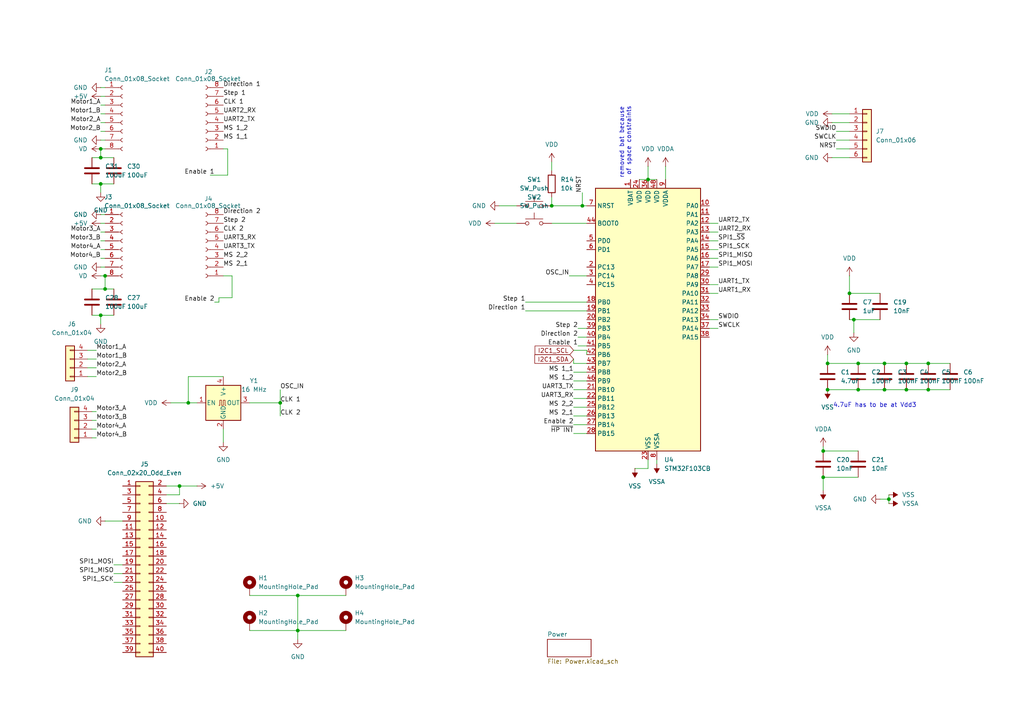
<source format=kicad_sch>
(kicad_sch (version 20250114) (generator "eeschema") (generator_version "9.0")
  (paper "A4")
  (title_block (title "Painter HAT Main Sheet") (rev "v2.1") (company "vividsystem"))
  (lib_symbols
    (symbol "Connector:Conn_01x08_Socket" (pin_names (offset 1.016) (hide yes))
      (property "Reference" "J" (at 0 10.16 0))
      (property "Value" "Conn_01x08_Socket" (at 0 -12.7 0))
      (symbol "Conn_01x08_Socket_1_1"
        (polyline (pts (xy -1.27 7.62) (xy -0.508 7.62)) (stroke (width 0.1524)))
        (polyline (pts (xy -1.27 5.08) (xy -0.508 5.08)) (stroke (width 0.1524)))
        (polyline (pts (xy -1.27 2.54) (xy -0.508 2.54)) (stroke (width 0.1524)))
        (polyline (pts (xy -1.27 0) (xy -0.508 0)) (stroke (width 0.1524)))
        (polyline (pts (xy -1.27 -2.54) (xy -0.508 -2.54)) (stroke (width 0.1524)))
        (polyline (pts (xy -1.27 -5.08) (xy -0.508 -5.08)) (stroke (width 0.1524)))
        (polyline (pts (xy -1.27 -7.62) (xy -0.508 -7.62)) (stroke (width 0.1524)))
        (polyline (pts (xy -1.27 -10.16) (xy -0.508 -10.16)) (stroke (width 0.1524)))
        (arc (start 0 7.112) (mid -0.5058 7.62) (end 0 8.128) (stroke (width 0.1524)))
        (arc (start 0 4.572) (mid -0.5058 5.08) (end 0 5.588) (stroke (width 0.1524)))
        (arc (start 0 2.032) (mid -0.5058 2.54) (end 0 3.048) (stroke (width 0.1524)))
        (arc (start 0 -0.508) (mid -0.5058 0) (end 0 0.508) (stroke (width 0.1524)))
        (arc (start 0 -3.048) (mid -0.5058 -2.54) (end 0 -2.032) (stroke (width 0.1524)))
        (arc (start 0 -5.588) (mid -0.5058 -5.08) (end 0 -4.572) (stroke (width 0.1524)))
        (arc (start 0 -8.128) (mid -0.5058 -7.62) (end 0 -7.112) (stroke (width 0.1524)))
        (arc (start 0 -10.668) (mid -0.5058 -10.16) (end 0 -9.652) (stroke (width 0.1524)))
        (pin passive line (at -5.08 7.62 0) (length 3.81) (name "Pin_1") (number "1"))
        (pin passive line (at -5.08 5.08 0) (length 3.81) (name "Pin_2") (number "2"))
        (pin passive line (at -5.08 2.54 0) (length 3.81) (name "Pin_3") (number "3"))
        (pin passive line (at -5.08 0 0) (length 3.81) (name "Pin_4") (number "4"))
        (pin passive line (at -5.08 -2.54 0) (length 3.81) (name "Pin_5") (number "5"))
        (pin passive line (at -5.08 -5.08 0) (length 3.81) (name "Pin_6") (number "6"))
        (pin passive line (at -5.08 -7.62 0) (length 3.81) (name "Pin_7") (number "7"))
        (pin passive line (at -5.08 -10.16 0) (length 3.81) (name "Pin_8") (number "8"))
      )
    )
    (symbol "Connector_Generic:Conn_01x04" (pin_names (offset 1.016) (hide yes))
      (property "Reference" "J" (at 0 5.08 0))
      (property "Value" "Conn_01x04" (at 0 -7.62 0))
      (symbol "Conn_01x04_1_1"
        (rectangle (start -1.27 3.81) (end 1.27 -6.35) (stroke (width 0.254)) (fill (type background)))
        (rectangle (start -1.27 2.667) (end 0 2.413) (stroke (width 0.1524)))
        (rectangle (start -1.27 0.127) (end 0 -0.127) (stroke (width 0.1524)))
        (rectangle (start -1.27 -2.413) (end 0 -2.667) (stroke (width 0.1524)))
        (rectangle (start -1.27 -4.953) (end 0 -5.207) (stroke (width 0.1524)))
        (pin passive line (at -5.08 2.54 0) (length 3.81) (name "Pin_1") (number "1"))
        (pin passive line (at -5.08 0 0) (length 3.81) (name "Pin_2") (number "2"))
        (pin passive line (at -5.08 -2.54 0) (length 3.81) (name "Pin_3") (number "3"))
        (pin passive line (at -5.08 -5.08 0) (length 3.81) (name "Pin_4") (number "4"))
      )
    )
    (symbol "Connector_Generic:Conn_01x06" (pin_names (offset 1.016) (hide yes))
      (property "Reference" "J" (at 0 7.62 0))
      (property "Value" "Conn_01x06" (at 0 -10.16 0))
      (symbol "Conn_01x06_1_1"
        (rectangle (start -1.27 6.35) (end 1.27 -8.89) (stroke (width 0.254)) (fill (type background)))
        (rectangle (start -1.27 5.207) (end 0 4.953) (stroke (width 0.1524)))
        (rectangle (start -1.27 2.667) (end 0 2.413) (stroke (width 0.1524)))
        (rectangle (start -1.27 0.127) (end 0 -0.127) (stroke (width 0.1524)))
        (rectangle (start -1.27 -2.413) (end 0 -2.667) (stroke (width 0.1524)))
        (rectangle (start -1.27 -4.953) (end 0 -5.207) (stroke (width 0.1524)))
        (rectangle (start -1.27 -7.493) (end 0 -7.747) (stroke (width 0.1524)))
        (pin passive line (at -5.08 5.08 0) (length 3.81) (name "Pin_1") (number "1"))
        (pin passive line (at -5.08 2.54 0) (length 3.81) (name "Pin_2") (number "2"))
        (pin passive line (at -5.08 0 0) (length 3.81) (name "Pin_3") (number "3"))
        (pin passive line (at -5.08 -2.54 0) (length 3.81) (name "Pin_4") (number "4"))
        (pin passive line (at -5.08 -5.08 0) (length 3.81) (name "Pin_5") (number "5"))
        (pin passive line (at -5.08 -7.62 0) (length 3.81) (name "Pin_6") (number "6"))
      )
    )
    (symbol "Connector_Generic:Conn_02x20_Odd_Even" (pin_names (offset 1.016) (hide yes))
      (property "Reference" "J" (at 1.27 25.4 0))
      (property "Value" "Conn_02x20_Odd_Even" (at 1.27 -27.94 0))
      (symbol "Conn_02x20_Odd_Even_1_1"
        (rectangle (start -1.27 24.13) (end 3.81 -26.67) (stroke (width 0.254)) (fill (type background)))
        (rectangle (start -1.27 22.987) (end 0 22.733) (stroke (width 0.1524)))
        (rectangle (start -1.27 20.447) (end 0 20.193) (stroke (width 0.1524)))
        (rectangle (start -1.27 17.907) (end 0 17.653) (stroke (width 0.1524)))
        (rectangle (start -1.27 15.367) (end 0 15.113) (stroke (width 0.1524)))
        (rectangle (start -1.27 12.827) (end 0 12.573) (stroke (width 0.1524)))
        (rectangle (start -1.27 10.287) (end 0 10.033) (stroke (width 0.1524)))
        (rectangle (start -1.27 7.747) (end 0 7.493) (stroke (width 0.1524)))
        (rectangle (start -1.27 5.207) (end 0 4.953) (stroke (width 0.1524)))
        (rectangle (start -1.27 2.667) (end 0 2.413) (stroke (width 0.1524)))
        (rectangle (start -1.27 0.127) (end 0 -0.127) (stroke (width 0.1524)))
        (rectangle (start -1.27 -2.413) (end 0 -2.667) (stroke (width 0.1524)))
        (rectangle (start -1.27 -4.953) (end 0 -5.207) (stroke (width 0.1524)))
        (rectangle (start -1.27 -7.493) (end 0 -7.747) (stroke (width 0.1524)))
        (rectangle (start -1.27 -10.033) (end 0 -10.287) (stroke (width 0.1524)))
        (rectangle (start -1.27 -12.573) (end 0 -12.827) (stroke (width 0.1524)))
        (rectangle (start -1.27 -15.113) (end 0 -15.367) (stroke (width 0.1524)))
        (rectangle (start -1.27 -17.653) (end 0 -17.907) (stroke (width 0.1524)))
        (rectangle (start -1.27 -20.193) (end 0 -20.447) (stroke (width 0.1524)))
        (rectangle (start -1.27 -22.733) (end 0 -22.987) (stroke (width 0.1524)))
        (rectangle (start -1.27 -25.273) (end 0 -25.527) (stroke (width 0.1524)))
        (rectangle (start 3.81 22.987) (end 2.54 22.733) (stroke (width 0.1524)))
        (rectangle (start 3.81 20.447) (end 2.54 20.193) (stroke (width 0.1524)))
        (rectangle (start 3.81 17.907) (end 2.54 17.653) (stroke (width 0.1524)))
        (rectangle (start 3.81 15.367) (end 2.54 15.113) (stroke (width 0.1524)))
        (rectangle (start 3.81 12.827) (end 2.54 12.573) (stroke (width 0.1524)))
        (rectangle (start 3.81 10.287) (end 2.54 10.033) (stroke (width 0.1524)))
        (rectangle (start 3.81 7.747) (end 2.54 7.493) (stroke (width 0.1524)))
        (rectangle (start 3.81 5.207) (end 2.54 4.953) (stroke (width 0.1524)))
        (rectangle (start 3.81 2.667) (end 2.54 2.413) (stroke (width 0.1524)))
        (rectangle (start 3.81 0.127) (end 2.54 -0.127) (stroke (width 0.1524)))
        (rectangle (start 3.81 -2.413) (end 2.54 -2.667) (stroke (width 0.1524)))
        (rectangle (start 3.81 -4.953) (end 2.54 -5.207) (stroke (width 0.1524)))
        (rectangle (start 3.81 -7.493) (end 2.54 -7.747) (stroke (width 0.1524)))
        (rectangle (start 3.81 -10.033) (end 2.54 -10.287) (stroke (width 0.1524)))
        (rectangle (start 3.81 -12.573) (end 2.54 -12.827) (stroke (width 0.1524)))
        (rectangle (start 3.81 -15.113) (end 2.54 -15.367) (stroke (width 0.1524)))
        (rectangle (start 3.81 -17.653) (end 2.54 -17.907) (stroke (width 0.1524)))
        (rectangle (start 3.81 -20.193) (end 2.54 -20.447) (stroke (width 0.1524)))
        (rectangle (start 3.81 -22.733) (end 2.54 -22.987) (stroke (width 0.1524)))
        (rectangle (start 3.81 -25.273) (end 2.54 -25.527) (stroke (width 0.1524)))
        (pin passive line (at -5.08 22.86 0) (length 3.81) (name "Pin_1") (number "1"))
        (pin passive line (at -5.08 20.32 0) (length 3.81) (name "Pin_3") (number "3"))
        (pin passive line (at -5.08 17.78 0) (length 3.81) (name "Pin_5") (number "5"))
        (pin passive line (at -5.08 15.24 0) (length 3.81) (name "Pin_7") (number "7"))
        (pin passive line (at -5.08 12.7 0) (length 3.81) (name "Pin_9") (number "9"))
        (pin passive line (at -5.08 10.16 0) (length 3.81) (name "Pin_11") (number "11"))
        (pin passive line (at -5.08 7.62 0) (length 3.81) (name "Pin_13") (number "13"))
        (pin passive line (at -5.08 5.08 0) (length 3.81) (name "Pin_15") (number "15"))
        (pin passive line (at -5.08 2.54 0) (length 3.81) (name "Pin_17") (number "17"))
        (pin passive line (at -5.08 0 0) (length 3.81) (name "Pin_19") (number "19"))
        (pin passive line (at -5.08 -2.54 0) (length 3.81) (name "Pin_21") (number "21"))
        (pin passive line (at -5.08 -5.08 0) (length 3.81) (name "Pin_23") (number "23"))
        (pin passive line (at -5.08 -7.62 0) (length 3.81) (name "Pin_25") (number "25"))
        (pin passive line (at -5.08 -10.16 0) (length 3.81) (name "Pin_27") (number "27"))
        (pin passive line (at -5.08 -12.7 0) (length 3.81) (name "Pin_29") (number "29"))
        (pin passive line (at -5.08 -15.24 0) (length 3.81) (name "Pin_31") (number "31"))
        (pin passive line (at -5.08 -17.78 0) (length 3.81) (name "Pin_33") (number "33"))
        (pin passive line (at -5.08 -20.32 0) (length 3.81) (name "Pin_35") (number "35"))
        (pin passive line (at -5.08 -22.86 0) (length 3.81) (name "Pin_37") (number "37"))
        (pin passive line (at -5.08 -25.4 0) (length 3.81) (name "Pin_39") (number "39"))
        (pin passive line (at 7.62 22.86 180) (length 3.81) (name "Pin_2") (number "2"))
        (pin passive line (at 7.62 20.32 180) (length 3.81) (name "Pin_4") (number "4"))
        (pin passive line (at 7.62 17.78 180) (length 3.81) (name "Pin_6") (number "6"))
        (pin passive line (at 7.62 15.24 180) (length 3.81) (name "Pin_8") (number "8"))
        (pin passive line (at 7.62 12.7 180) (length 3.81) (name "Pin_10") (number "10"))
        (pin passive line (at 7.62 10.16 180) (length 3.81) (name "Pin_12") (number "12"))
        (pin passive line (at 7.62 7.62 180) (length 3.81) (name "Pin_14") (number "14"))
        (pin passive line (at 7.62 5.08 180) (length 3.81) (name "Pin_16") (number "16"))
        (pin passive line (at 7.62 2.54 180) (length 3.81) (name "Pin_18") (number "18"))
        (pin passive line (at 7.62 0 180) (length 3.81) (name "Pin_20") (number "20"))
        (pin passive line (at 7.62 -2.54 180) (length 3.81) (name "Pin_22") (number "22"))
        (pin passive line (at 7.62 -5.08 180) (length 3.81) (name "Pin_24") (number "24"))
        (pin passive line (at 7.62 -7.62 180) (length 3.81) (name "Pin_26") (number "26"))
        (pin passive line (at 7.62 -10.16 180) (length 3.81) (name "Pin_28") (number "28"))
        (pin passive line (at 7.62 -12.7 180) (length 3.81) (name "Pin_30") (number "30"))
        (pin passive line (at 7.62 -15.24 180) (length 3.81) (name "Pin_32") (number "32"))
        (pin passive line (at 7.62 -17.78 180) (length 3.81) (name "Pin_34") (number "34"))
        (pin passive line (at 7.62 -20.32 180) (length 3.81) (name "Pin_36") (number "36"))
        (pin passive line (at 7.62 -22.86 180) (length 3.81) (name "Pin_38") (number "38"))
        (pin passive line (at 7.62 -25.4 180) (length 3.81) (name "Pin_40") (number "40"))
      )
    )
    (symbol "Device:C" (pin_numbers (hide yes)) (pin_names (offset 0.254))
      (property "Reference" "C" (at 0.635 2.54 0))
      (property "Value" "C" (at 0.635 -2.54 0))
      (symbol "C_0_1"
        (polyline (pts (xy -2.032 0.762) (xy 2.032 0.762)) (stroke (width 0.508)))
        (polyline (pts (xy -2.032 -0.762) (xy 2.032 -0.762)) (stroke (width 0.508)))
      )
      (symbol "C_1_1"
        (pin passive line (at 0 3.81 270) (length 2.794) (name "~") (number "1"))
        (pin passive line (at 0 -3.81 90) (length 2.794) (name "~") (number "2"))
      )
    )
    (symbol "Device:R" (pin_numbers (hide yes)) (pin_names (offset 0))
      (property "Reference" "R" (at 2.032 0 90))
      (property "Value" "R" (at 0 0 90))
      (symbol "R_0_1"
        (rectangle (start -1.016 -2.54) (end 1.016 2.54) (stroke (width 0.254)))
      )
      (symbol "R_1_1"
        (pin passive line (at 0 3.81 270) (length 1.27) (name "~") (number "1"))
        (pin passive line (at 0 -3.81 90) (length 1.27) (name "~") (number "2"))
      )
    )
    (symbol "MCU_ST_STM32F1:STM32F103CBTx"
      (property "Reference" "U" (at -15.24 39.37 0))
      (property "Value" "STM32F103CBTx" (at 7.62 39.37 0))
      (symbol "STM32F103CBTx_0_1"
        (rectangle (start -15.24 -38.1) (end 15.24 38.1) (stroke (width 0.254)) (fill (type background)))
      )
      (symbol "STM32F103CBTx_1_1"
        (pin input line (at -17.78 33.02 0) (length 2.54) (name "NRST") (number "7"))
        (pin input line (at -17.78 27.94 0) (length 2.54) (name "BOOT0") (number "44"))
        (pin bidirectional line (at -17.78 22.86 0) (length 2.54) (name "PD0") (number "5"))
        (pin bidirectional line (at -17.78 20.32 0) (length 2.54) (name "PD1") (number "6"))
        (pin bidirectional line (at -17.78 15.24 0) (length 2.54) (name "PC13") (number "2"))
        (pin bidirectional line (at -17.78 12.7 0) (length 2.54) (name "PC14") (number "3"))
        (pin bidirectional line (at -17.78 10.16 0) (length 2.54) (name "PC15") (number "4"))
        (pin bidirectional line (at -17.78 5.08 0) (length 2.54) (name "PB0") (number "18"))
        (pin bidirectional line (at -17.78 2.54 0) (length 2.54) (name "PB1") (number "19"))
        (pin bidirectional line (at -17.78 0 0) (length 2.54) (name "PB2") (number "20"))
        (pin bidirectional line (at -17.78 -2.54 0) (length 2.54) (name "PB3") (number "39"))
        (pin bidirectional line (at -17.78 -5.08 0) (length 2.54) (name "PB4") (number "40"))
        (pin bidirectional line (at -17.78 -7.62 0) (length 2.54) (name "PB5") (number "41"))
        (pin bidirectional line (at -17.78 -10.16 0) (length 2.54) (name "PB6") (number "42"))
        (pin bidirectional line (at -17.78 -12.7 0) (length 2.54) (name "PB7") (number "43"))
        (pin bidirectional line (at -17.78 -15.24 0) (length 2.54) (name "PB8") (number "45"))
        (pin bidirectional line (at -17.78 -17.78 0) (length 2.54) (name "PB9") (number "46"))
        (pin bidirectional line (at -17.78 -20.32 0) (length 2.54) (name "PB10") (number "21"))
        (pin bidirectional line (at -17.78 -22.86 0) (length 2.54) (name "PB11") (number "22"))
        (pin bidirectional line (at -17.78 -25.4 0) (length 2.54) (name "PB12") (number "25"))
        (pin bidirectional line (at -17.78 -27.94 0) (length 2.54) (name "PB13") (number "26"))
        (pin bidirectional line (at -17.78 -30.48 0) (length 2.54) (name "PB14") (number "27"))
        (pin bidirectional line (at -17.78 -33.02 0) (length 2.54) (name "PB15") (number "28"))
        (pin power_in line (at -5.08 40.64 270) (length 2.54) (name "VBAT") (number "1"))
        (pin power_in line (at -2.54 40.64 270) (length 2.54) (name "VDD") (number "24"))
        (pin power_in line (at 0 40.64 270) (length 2.54) (name "VDD") (number "36"))
        (pin power_in line (at 0 -40.64 90) (length 2.54) (name "VSS") (number "23"))
        (pin passive line (at 0 -40.64 90) (length 2.54) (hide yes) (name "VSS") (number "35"))
        (pin passive line (at 0 -40.64 90) (length 2.54) (hide yes) (name "VSS") (number "47"))
        (pin power_in line (at 2.54 40.64 270) (length 2.54) (name "VDD") (number "48"))
        (pin power_in line (at 2.54 -40.64 90) (length 2.54) (name "VSSA") (number "8"))
        (pin power_in line (at 5.08 40.64 270) (length 2.54) (name "VDDA") (number "9"))
        (pin bidirectional line (at 17.78 33.02 180) (length 2.54) (name "PA0") (number "10"))
        (pin bidirectional line (at 17.78 30.48 180) (length 2.54) (name "PA1") (number "11"))
        (pin bidirectional line (at 17.78 27.94 180) (length 2.54) (name "PA2") (number "12"))
        (pin bidirectional line (at 17.78 25.4 180) (length 2.54) (name "PA3") (number "13"))
        (pin bidirectional line (at 17.78 22.86 180) (length 2.54) (name "PA4") (number "14"))
        (pin bidirectional line (at 17.78 20.32 180) (length 2.54) (name "PA5") (number "15"))
        (pin bidirectional line (at 17.78 17.78 180) (length 2.54) (name "PA6") (number "16"))
        (pin bidirectional line (at 17.78 15.24 180) (length 2.54) (name "PA7") (number "17"))
        (pin bidirectional line (at 17.78 12.7 180) (length 2.54) (name "PA8") (number "29"))
        (pin bidirectional line (at 17.78 10.16 180) (length 2.54) (name "PA9") (number "30"))
        (pin bidirectional line (at 17.78 7.62 180) (length 2.54) (name "PA10") (number "31"))
        (pin bidirectional line (at 17.78 5.08 180) (length 2.54) (name "PA11") (number "32"))
        (pin bidirectional line (at 17.78 2.54 180) (length 2.54) (name "PA12") (number "33"))
        (pin bidirectional line (at 17.78 0 180) (length 2.54) (name "PA13") (number "34"))
        (pin bidirectional line (at 17.78 -2.54 180) (length 2.54) (name "PA14") (number "37"))
        (pin bidirectional line (at 17.78 -5.08 180) (length 2.54) (name "PA15") (number "38"))
      )
    )
    (symbol "Mechanical:MountingHole_Pad" (pin_numbers (hide yes)) (pin_names (offset 1.016) (hide yes)) (in_bom no)
      (property "Reference" "H" (at 0 6.35 0))
      (property "Value" "MountingHole_Pad" (at 0 4.445 0))
      (symbol "MountingHole_Pad_0_1"
        (circle (center 0 1.27) (radius 1.27) (stroke (width 1.27)))
      )
      (symbol "MountingHole_Pad_1_1"
        (pin input line (at 0 -2.54 90) (length 2.54) (name "1") (number "1"))
      )
    )
    (symbol "Oscillator:XO91" (pin_names (offset 0.254))
      (property "Reference" "Y" (at -5.08 6.35 0))
      (property "Value" "XO91" (at 1.27 -6.35 0))
      (symbol "XO91_0_1"
        (rectangle (start -5.08 5.08) (end 5.08 -5.08) (stroke (width 0.254)) (fill (type background)))
        (polyline (pts (xy 0.762 -0.762) (xy 0.508 -0.762) (xy 0.508 0.762) (xy 0 0.762) (xy 0 -0.762) (xy -0.508 -0.762) (xy -0.508 0.762) (xy -1.016 0.762) (xy -1.016 -0.762) (xy -1.27 -0.762)))
      )
      (symbol "XO91_1_1"
        (pin input line (at -7.62 0 0) (length 2.54) (name "EN") (number "1"))
        (pin power_in line (at 0 7.62 270) (length 2.54) (name "V+") (number "4"))
        (pin power_in line (at 0 -7.62 90) (length 2.54) (name "GND") (number "2"))
        (pin output line (at 7.62 0 180) (length 2.54) (name "OUT") (number "3"))
      )
    )
    (symbol "Switch:SW_Push" (pin_numbers (hide yes)) (pin_names (offset 1.016) (hide yes))
      (property "Reference" "SW" (at 1.27 2.54 0))
      (property "Value" "SW_Push" (at 0 -1.524 0))
      (symbol "SW_Push_0_1"
        (circle (center -2.032 0) (radius 0.508))
        (polyline (pts (xy 0 1.27) (xy 0 3.048)))
        (circle (center 2.032 0) (radius 0.508))
        (polyline (pts (xy 2.54 1.27) (xy -2.54 1.27)))
        (pin passive line (at -5.08 0 0) (length 2.54) (name "1") (number "1"))
        (pin passive line (at 5.08 0 180) (length 2.54) (name "2") (number "2"))
      )
    )
    (symbol "power:+5V" (power) (pin_numbers (hide yes)) (pin_names (offset 0) (hide yes))
      (property "Value" "+5V" (at 0 3.556 0))
      (symbol "+5V_0_1"
        (polyline (pts (xy -0.762 1.27) (xy 0 2.54)))
        (polyline (pts (xy 0 2.54) (xy 0.762 1.27)))
        (polyline (pts (xy 0 0) (xy 0 2.54)))
      )
      (symbol "+5V_1_1"
        (pin power_in line (at 0 0 90) (length 0) (name "~") (number "1"))
      )
    )
    (symbol "power:GND" (power) (pin_numbers (hide yes)) (pin_names (offset 0) (hide yes))
      (property "Value" "GND" (at 0 -3.81 0))
      (symbol "GND_0_1"
        (polyline (pts (xy 0 0) (xy 0 -1.27) (xy 1.27 -1.27) (xy 0 -2.54) (xy -1.27 -1.27) (xy 0 -1.27)))
      )
      (symbol "GND_1_1"
        (pin power_in line (at 0 0 270) (length 0) (name "~") (number "1"))
      )
    )
    (symbol "power:VD" (power) (pin_numbers (hide yes)) (pin_names (offset 0) (hide yes))
      (property "Value" "VD" (at 0 3.556 0))
      (symbol "VD_0_1"
        (polyline (pts (xy -0.762 1.27) (xy 0 2.54)))
        (polyline (pts (xy 0 2.54) (xy 0.762 1.27)))
        (polyline (pts (xy 0 0) (xy 0 2.54)))
      )
      (symbol "VD_1_1"
        (pin power_in line (at 0 0 90) (length 0) (name "~") (number "1"))
      )
    )
    (symbol "power:VDD" (power) (pin_numbers (hide yes)) (pin_names (offset 0) (hide yes))
      (property "Value" "VDD" (at 0 3.556 0))
      (symbol "VDD_0_1"
        (polyline (pts (xy -0.762 1.27) (xy 0 2.54)))
        (polyline (pts (xy 0 2.54) (xy 0.762 1.27)))
        (polyline (pts (xy 0 0) (xy 0 2.54)))
      )
      (symbol "VDD_1_1"
        (pin power_in line (at 0 0 90) (length 0) (name "~") (number "1"))
      )
    )
    (symbol "power:VDDA" (power) (pin_numbers (hide yes)) (pin_names (offset 0) (hide yes))
      (property "Value" "VDDA" (at 0 3.556 0))
      (symbol "VDDA_0_1"
        (polyline (pts (xy -0.762 1.27) (xy 0 2.54)))
        (polyline (pts (xy 0 2.54) (xy 0.762 1.27)))
        (polyline (pts (xy 0 0) (xy 0 2.54)))
      )
      (symbol "VDDA_1_1"
        (pin power_in line (at 0 0 90) (length 0) (name "~") (number "1"))
      )
    )
    (symbol "power:VSS" (power) (pin_numbers (hide yes)) (pin_names (offset 0) (hide yes))
      (property "Value" "VSS" (at 0 3.556 0))
      (symbol "VSS_0_1"
        (polyline (pts (xy 0 0) (xy 0 2.54)))
        (polyline (pts (xy 0.762 1.27) (xy -0.762 1.27) (xy 0 2.54) (xy 0.762 1.27)) (fill (type outline)))
      )
      (symbol "VSS_1_1"
        (pin power_in line (at 0 0 90) (length 0) (name "~") (number "1"))
      )
    )
    (symbol "power:VSSA" (power) (pin_numbers (hide yes)) (pin_names (offset 0) (hide yes))
      (property "Value" "VSSA" (at 0 3.556 0))
      (symbol "VSSA_0_1"
        (polyline (pts (xy 0 0) (xy 0 2.54)))
        (polyline (pts (xy 0.762 1.27) (xy -0.762 1.27) (xy 0 2.54) (xy 0.762 1.27)) (fill (type outline)))
      )
      (symbol "VSSA_1_1"
        (pin power_in line (at 0 0 90) (length 0) (name "~") (number "1"))
      )
    )
  )
  (text "4.7uF has to be at Vdd3\n" (at 253.746 117.602 0) (effects (font (size 1.27 1.27))))
  (text "removed bat because \nof space constraints\n\n" (at 182.372 40.894 90) (effects (font (size 1.27 1.27))))
  (junction (at 238.76 130.81))
  (junction (at 29.21 43.18))
  (junction (at 240.03 105.41))
  (junction (at 248.92 105.41))
  (junction (at 262.89 113.03))
  (junction (at 168.91 59.69))
  (junction (at 256.54 105.41))
  (junction (at 240.03 113.03))
  (junction (at 29.21 45.72))
  (junction (at 238.76 138.43))
  (junction (at 86.36 182.88))
  (junction (at 30.48 83.82))
  (junction (at 29.21 91.44))
  (junction (at 30.48 80.01))
  (junction (at 29.21 53.34))
  (junction (at 81.28 116.84))
  (junction (at 54.61 116.84))
  (junction (at 257.81 144.78))
  (junction (at 247.65 92.71))
  (junction (at 160.02 59.69))
  (junction (at 246.38 85.09))
  (junction (at 269.24 105.41))
  (junction (at 187.96 52.07))
  (junction (at 52.07 140.97))
  (junction (at 256.54 113.03))
  (junction (at 86.36 172.72))
  (junction (at 248.92 113.03))
  (junction (at 262.89 105.41))
  (junction (at 269.24 113.03))
  (wire (pts (xy 26.67 121.92) (xy 27.94 121.92)))
  (wire (pts (xy 72.39 182.88) (xy 86.36 182.88)))
  (wire (pts (xy 66.04 50.8) (xy 66.04 43.18)))
  (wire (pts (xy 152.4 87.63) (xy 170.18 87.63)))
  (wire (pts (xy 166.37 125.73) (xy 170.18 125.73)))
  (wire (pts (xy 184.15 135.89) (xy 187.96 135.89)))
  (wire (pts (xy 64.77 43.18) (xy 66.04 43.18)))
  (wire (pts (xy 29.21 69.85) (xy 30.48 69.85)))
  (wire (pts (xy 166.37 105.41) (xy 166.37 104.14)))
  (wire (pts (xy 160.02 64.77) (xy 170.18 64.77)))
  (wire (pts (xy 33.02 168.91) (xy 35.56 168.91)))
  (wire (pts (xy 238.76 129.54) (xy 238.76 130.81)))
  (wire (pts (xy 29.21 74.93) (xy 30.48 74.93)))
  (wire (pts (xy 160.02 57.15) (xy 160.02 59.69)))
  (wire (pts (xy 255.27 144.78) (xy 257.81 144.78)))
  (wire (pts (xy 52.07 140.97) (xy 57.15 140.97)))
  (wire (pts (xy 29.21 25.4) (xy 30.48 25.4)))
  (wire (pts (xy 67.31 86.36) (xy 67.31 80.01)))
  (wire (pts (xy 205.74 67.31) (xy 208.28 67.31)))
  (wire (pts (xy 170.18 105.41) (xy 166.37 105.41)))
  (wire (pts (xy 29.21 91.44) (xy 29.21 93.98)))
  (wire (pts (xy 29.21 45.72) (xy 29.21 43.18)))
  (wire (pts (xy 240.03 102.87) (xy 240.03 105.41)))
  (wire (pts (xy 29.21 67.31) (xy 30.48 67.31)))
  (wire (pts (xy 246.38 80.01) (xy 246.38 85.09)))
  (wire (pts (xy 262.89 105.41) (xy 269.24 105.41)))
  (wire (pts (xy 25.4 109.22) (xy 27.94 109.22)))
  (wire (pts (xy 26.67 119.38) (xy 27.94 119.38)))
  (wire (pts (xy 205.74 82.55) (xy 208.28 82.55)))
  (wire (pts (xy 48.26 146.05) (xy 52.07 146.05)))
  (wire (pts (xy 29.21 38.1) (xy 30.48 38.1)))
  (wire (pts (xy 86.36 182.88) (xy 100.33 182.88)))
  (wire (pts (xy 160.02 46.99) (xy 160.02 49.53)))
  (wire (pts (xy 240.03 105.41) (xy 248.92 105.41)))
  (wire (pts (xy 170.18 101.6) (xy 170.18 102.87)))
  (wire (pts (xy 187.96 48.26) (xy 187.96 52.07)))
  (wire (pts (xy 48.26 140.97) (xy 52.07 140.97)))
  (wire (pts (xy 25.4 106.68) (xy 27.94 106.68)))
  (wire (pts (xy 238.76 138.43) (xy 248.92 138.43)))
  (wire (pts (xy 167.64 97.79) (xy 170.18 97.79)))
  (wire (pts (xy 256.54 105.41) (xy 262.89 105.41)))
  (wire (pts (xy 238.76 138.43) (xy 238.76 142.24)))
  (wire (pts (xy 248.92 105.41) (xy 256.54 105.41)))
  (wire (pts (xy 54.61 116.84) (xy 54.61 109.22)))
  (wire (pts (xy 29.21 40.64) (xy 30.48 40.64)))
  (wire (pts (xy 166.37 123.19) (xy 170.18 123.19)))
  (wire (pts (xy 25.4 104.14) (xy 27.94 104.14)))
  (wire (pts (xy 26.67 53.34) (xy 29.21 53.34)))
  (wire (pts (xy 160.02 59.69) (xy 168.91 59.69)))
  (wire (pts (xy 242.57 38.1) (xy 246.38 38.1)))
  (wire (pts (xy 86.36 182.88) (xy 86.36 185.42)))
  (wire (pts (xy 166.37 120.65) (xy 170.18 120.65)))
  (wire (pts (xy 30.48 83.82) (xy 30.48 80.01)))
  (wire (pts (xy 246.38 92.71) (xy 247.65 92.71)))
  (wire (pts (xy 29.21 80.01) (xy 30.48 80.01)))
  (wire (pts (xy 257.81 144.78) (xy 257.81 143.51)))
  (wire (pts (xy 241.3 35.56) (xy 246.38 35.56)))
  (wire (pts (xy 26.67 45.72) (xy 29.21 45.72)))
  (wire (pts (xy 64.77 124.46) (xy 64.77 128.27)))
  (wire (pts (xy 205.74 69.85) (xy 208.28 69.85)))
  (wire (pts (xy 29.21 77.47) (xy 30.48 77.47)))
  (wire (pts (xy 166.37 118.11) (xy 170.18 118.11)))
  (wire (pts (xy 29.21 72.39) (xy 30.48 72.39)))
  (wire (pts (xy 247.65 92.71) (xy 255.27 92.71)))
  (wire (pts (xy 29.21 45.72) (xy 33.02 45.72)))
  (wire (pts (xy 166.37 107.95) (xy 170.18 107.95)))
  (wire (pts (xy 269.24 113.03) (xy 275.59 113.03)))
  (wire (pts (xy 29.21 62.23) (xy 30.48 62.23)))
  (wire (pts (xy 64.77 80.01) (xy 67.31 80.01)))
  (wire (pts (xy 240.03 113.03) (xy 248.92 113.03)))
  (wire (pts (xy 166.37 115.57) (xy 170.18 115.57)))
  (wire (pts (xy 205.74 64.77) (xy 208.28 64.77)))
  (wire (pts (xy 247.65 92.71) (xy 247.65 96.52)))
  (wire (pts (xy 241.3 45.72) (xy 246.38 45.72)))
  (wire (pts (xy 144.78 59.69) (xy 149.86 59.69)))
  (wire (pts (xy 242.57 40.64) (xy 246.38 40.64)))
  (wire (pts (xy 168.91 59.69) (xy 170.18 59.69)))
  (wire (pts (xy 29.21 64.77) (xy 30.48 64.77)))
  (wire (pts (xy 29.21 53.34) (xy 33.02 53.34)))
  (wire (pts (xy 246.38 85.09) (xy 255.27 85.09)))
  (wire (pts (xy 33.02 163.83) (xy 35.56 163.83)))
  (wire (pts (xy 241.3 33.02) (xy 246.38 33.02)))
  (wire (pts (xy 29.21 53.34) (xy 29.21 55.88)))
  (wire (pts (xy 54.61 109.22) (xy 64.77 109.22)))
  (wire (pts (xy 29.21 33.02) (xy 30.48 33.02)))
  (wire (pts (xy 166.37 113.03) (xy 170.18 113.03)))
  (wire (pts (xy 205.74 74.93) (xy 208.28 74.93)))
  (wire (pts (xy 193.04 48.26) (xy 193.04 52.07)))
  (wire (pts (xy 165.1 80.01) (xy 170.18 80.01)))
  (wire (pts (xy 166.37 101.6) (xy 170.18 101.6)))
  (wire (pts (xy 26.67 91.44) (xy 29.21 91.44)))
  (wire (pts (xy 48.26 143.51) (xy 52.07 143.51)))
  (wire (pts (xy 63.5 87.63) (xy 63.5 86.36)))
  (wire (pts (xy 262.89 113.03) (xy 269.24 113.03)))
  (wire (pts (xy 26.67 124.46) (xy 27.94 124.46)))
  (wire (pts (xy 238.76 130.81) (xy 248.92 130.81)))
  (wire (pts (xy 29.21 30.48) (xy 30.48 30.48)))
  (wire (pts (xy 54.61 116.84) (xy 57.15 116.84)))
  (wire (pts (xy 29.21 27.94) (xy 30.48 27.94)))
  (wire (pts (xy 49.53 116.84) (xy 54.61 116.84)))
  (wire (pts (xy 256.54 113.03) (xy 262.89 113.03)))
  (wire (pts (xy 205.74 72.39) (xy 208.28 72.39)))
  (wire (pts (xy 72.39 172.72) (xy 86.36 172.72)))
  (wire (pts (xy 269.24 105.41) (xy 275.59 105.41)))
  (wire (pts (xy 30.48 83.82) (xy 33.02 83.82)))
  (wire (pts (xy 25.4 101.6) (xy 27.94 101.6)))
  (wire (pts (xy 143.51 64.77) (xy 149.86 64.77)))
  (wire (pts (xy 166.37 110.49) (xy 170.18 110.49)))
  (wire (pts (xy 29.21 91.44) (xy 33.02 91.44)))
  (wire (pts (xy 33.02 166.37) (xy 35.56 166.37)))
  (wire (pts (xy 152.4 90.17) (xy 170.18 90.17)))
  (wire (pts (xy 60.96 50.8) (xy 66.04 50.8)))
  (wire (pts (xy 81.28 116.84) (xy 81.28 120.65)))
  (wire (pts (xy 81.28 113.03) (xy 81.28 116.84)))
  (wire (pts (xy 242.57 43.18) (xy 246.38 43.18)))
  (wire (pts (xy 205.74 95.25) (xy 208.28 95.25)))
  (wire (pts (xy 187.96 135.89) (xy 187.96 133.35)))
  (wire (pts (xy 167.64 95.25) (xy 170.18 95.25)))
  (wire (pts (xy 187.96 52.07) (xy 185.42 52.07)))
  (wire (pts (xy 30.48 151.13) (xy 35.56 151.13)))
  (wire (pts (xy 187.96 52.07) (xy 190.5 52.07)))
  (wire (pts (xy 63.5 86.36) (xy 67.31 86.36)))
  (wire (pts (xy 190.5 133.35) (xy 190.5 134.62)))
  (wire (pts (xy 29.21 43.18) (xy 30.48 43.18)))
  (wire (pts (xy 26.67 83.82) (xy 30.48 83.82)))
  (wire (pts (xy 205.74 92.71) (xy 208.28 92.71)))
  (wire (pts (xy 86.36 172.72) (xy 100.33 172.72)))
  (wire (pts (xy 248.92 113.03) (xy 256.54 113.03)))
  (wire (pts (xy 26.67 127) (xy 27.94 127)))
  (wire (pts (xy 168.91 55.88) (xy 168.91 59.69)))
  (wire (pts (xy 29.21 35.56) (xy 30.48 35.56)))
  (wire (pts (xy 205.74 77.47) (xy 208.28 77.47)))
  (wire (pts (xy 86.36 172.72) (xy 86.36 182.88)))
  (wire (pts (xy 205.74 85.09) (xy 208.28 85.09)))
  (wire (pts (xy 167.64 100.33) (xy 170.18 100.33)))
  (wire (pts (xy 257.81 144.78) (xy 257.81 146.05)))
  (wire (pts (xy 52.07 143.51) (xy 52.07 140.97)))
  (wire (pts (xy 72.39 116.84) (xy 81.28 116.84)))
  (wire (pts (xy 62.23 87.63) (xy 63.5 87.63)))
  (label "Motor1_A" (at 27.94 101.6 0))
  (label "Motor2_B" (at 29.21 38.1 180))
  (label "Motor3_B" (at 27.94 121.92 0))
  (label "NRST" (at 168.91 55.88 90))
  (label "SPI1_MISO" (at 208.28 74.93 0))
  (label "Motor3_A" (at 29.21 67.31 180))
  (label "CLK 2" (at 81.28 120.65 0))
  (label "SPI1_~{SS}" (at 208.28 69.85 0))
  (label "Motor3_B" (at 29.21 69.85 180))
  (label "~{HP INT}" (at 166.37 125.73 180))
  (label "Motor1_A" (at 29.21 30.48 180))
  (label "MS 2_2" (at 64.77 74.93 0))
  (label "SWDIO" (at 208.28 92.71 0))
  (label "MS 1_2" (at 64.77 38.1 0))
  (label "SPI1_MOSI" (at 208.28 77.47 0))
  (label "Enable 2" (at 62.23 87.63 180))
  (label "NRST" (at 242.57 43.18 180))
  (label "UART2_TX" (at 64.77 35.56 0))
  (label "Motor4_B" (at 27.94 127 0))
  (label "Motor4_A" (at 27.94 124.46 0))
  (label "Direction 1" (at 64.77 25.4 0))
  (label "Motor4_A" (at 29.21 72.39 180))
  (label "UART3_RX" (at 166.37 115.57 180))
  (label "UART1_TX" (at 208.28 82.55 0))
  (label "Step 2" (at 64.77 64.77 0))
  (label "MS 1_2" (at 166.37 110.49 180))
  (label "MS 2_2" (at 166.37 118.11 180))
  (label "CLK 1" (at 64.77 30.48 0))
  (label "UART1_RX" (at 208.28 85.09 0))
  (label "SPI1_MOSI" (at 33.02 163.83 180))
  (label "UART3_TX" (at 166.37 113.03 180))
  (label "Motor2_B" (at 27.94 109.22 0))
  (label "CLK 1" (at 81.28 116.84 0))
  (label "OSC_IN" (at 81.28 113.03 0))
  (label "Enable 2" (at 166.37 123.19 180))
  (label "Motor3_A" (at 27.94 119.38 0))
  (label "Motor1_B" (at 27.94 104.14 0))
  (label "UART3_TX" (at 64.77 72.39 0))
  (label "MS 2_1" (at 64.77 77.47 0))
  (label "UART2_RX" (at 208.28 67.31 0))
  (label "OSC_IN" (at 165.1 80.01 180))
  (label "Motor2_A" (at 27.94 106.68 0))
  (label "Motor1_B" (at 29.21 33.02 180))
  (label "SPI1_SCK" (at 33.02 168.91 180))
  (label "SPI1_MISO" (at 33.02 166.37 180))
  (label "Enable 1" (at 167.64 100.33 180))
  (label "Direction 1" (at 152.4 90.17 180))
  (label "Motor2_A" (at 29.21 35.56 180))
  (label "UART2_RX" (at 64.77 33.02 0))
  (label "Step 1" (at 64.77 27.94 0))
  (label "MS 1_1" (at 166.37 107.95 180))
  (label "Enable 1" (at 62.23 50.8 180))
  (label "Step 1" (at 152.4 87.63 180))
  (label "Motor4_B" (at 29.21 74.93 180))
  (label "UART2_TX" (at 208.28 64.77 0))
  (label "MS 2_1" (at 166.37 120.65 180))
  (label "SWDIO" (at 242.57 38.1 180))
  (label "Step 2" (at 167.64 95.25 180))
  (label "SWCLK" (at 208.28 95.25 0))
  (label "Direction 2" (at 64.77 62.23 0))
  (label "SPI1_SCK" (at 208.28 72.39 0))
  (label "SWCLK" (at 242.57 40.64 180))
  (label "CLK 2" (at 64.77 67.31 0))
  (label "UART3_RX" (at 64.77 69.85 0))
  (label "Direction 2" (at 167.64 97.79 180))
  (label "MS 1_1" (at 64.77 40.64 0))
  (global_label "I2C1_SCL" (shape input) (at 166.37 101.6 180) (property "Intersheetrefs" "${INTERSHEET_REFS}" (effects (hide yes))))
  (global_label "I2C1_SDA" (shape input) (at 166.37 104.14 180) (property "Intersheetrefs" "${INTERSHEET_REFS}" (effects (hide yes))))
  (symbol (lib_id "Device:C") (at 275.59 109.22 0) (unit 1)
    (property "Reference" "C6" (at 279.4 107.9499 0) (effects (justify left)))
    (property "Value" "100nF" (at 279.4 110.4899 0) (effects (justify left)))
    (property "Footprint" "Capacitor_SMD:C_0402_1005Metric" (effects (hide yes)))
    (property "Description" "Unpolarized capacitor" (effects (hide yes)))
  )
  (symbol (lib_id "power:+5V") (at 29.21 27.94 90) (unit 1)
    (property "Reference" "#PWR03" (effects (hide yes)))
    (property "Value" "+5V" (at 25.4 27.9399 90) (effects (justify left)))
    (property "Description" "Power symbol creates a global label with name \"+5V\"" (effects (hide yes)))
  )
  (symbol (lib_id "power:VD") (at 29.21 80.01 90) (unit 1)
    (property "Reference" "#PWR09" (effects (hide yes)))
    (property "Value" "VD" (at 25.4 80.0099 90) (effects (justify left)))
    (property "Description" "Power symbol creates a global label with name \"VD\"" (effects (hide yes)))
  )
  (symbol (lib_id "Switch:SW_Push") (at 154.94 59.69 0) (unit 1)
    (property "Reference" "SW1" (at 154.94 52.07 0))
    (property "Value" "SW_Push" (at 154.94 54.61 0))
    (property "Footprint" "Button_Switch_SMD:SW_Push_1P1T_NO_CK_KMR2" (effects (hide yes)))
    (property "Description" "Push button switch, generic, two pins" (effects (hide yes)))
  )
  (symbol (lib_id "Device:C") (at 238.76 134.62 0) (unit 1)
    (property "Reference" "C20" (at 242.57 133.3499 0) (effects (justify left)))
    (property "Value" "10nF" (at 242.57 135.8899 0) (effects (justify left)))
    (property "Footprint" "Capacitor_SMD:C_0402_1005Metric" (effects (hide yes)))
    (property "Description" "Unpolarized capacitor" (effects (hide yes)))
  )
  (symbol (lib_id "power:+5V") (at 57.15 140.97 270) (unit 1)
    (property "Reference" "#PWR011" (effects (hide yes)))
    (property "Value" "+5V" (at 60.96 140.9699 90) (effects (justify left)))
    (property "Description" "Power symbol creates a global label with name \"+5V\"" (effects (hide yes)))
  )
  (symbol (lib_id "power:VDD") (at 187.96 48.26 0) (unit 1)
    (property "Reference" "#PWR024" (effects (hide yes)))
    (property "Value" "VDD" (at 187.96 43.18 0))
    (property "Description" "Power symbol creates a global label with name \"VDD\"" (effects (hide yes)))
  )
  (symbol (lib_id "Device:C") (at 33.02 87.63 0) (unit 1)
    (property "Reference" "C27" (at 36.83 86.3599 0) (effects (justify left)))
    (property "Value" "100uF" (at 36.83 88.8999 0) (effects (justify left)))
    (property "Footprint" "Capacitor_SMD:C_Elec_8x10.2" (effects (hide yes)))
    (property "Description" "Unpolarized capacitor" (effects (hide yes)))
  )
  (symbol (lib_id "Mechanical:MountingHole_Pad") (at 100.33 170.18 0) (unit 1) (in_bom no)
    (property "Reference" "H3" (at 102.87 167.6399 0) (effects (justify left)))
    (property "Value" "MountingHole_Pad" (at 102.87 170.1799 0) (effects (justify left)))
    (property "Footprint" "MountingHole:MountingHole_2.7mm_M2.5_DIN965_Pad_TopBottom" (effects (hide yes)))
    (property "Description" "Mounting Hole with connection" (effects (hide yes)))
  )
  (symbol (lib_id "power:VSSA") (at 257.81 146.05 270) (unit 1)
    (property "Reference" "#PWR064" (effects (hide yes)))
    (property "Value" "VSSA" (at 261.62 146.0499 90) (effects (justify left)))
    (property "Description" "Power symbol creates a global label with name \"VSSA\"" (effects (hide yes)))
  )
  (symbol (lib_id "power:VDD") (at 241.3 33.02 90) (unit 1)
    (property "Reference" "#PWR016" (effects (hide yes)))
    (property "Value" "VDD" (at 237.49 33.0199 90) (effects (justify left)))
    (property "Description" "Power symbol creates a global label with name \"VDD\"" (effects (hide yes)))
  )
  (symbol (lib_id "power:VSS") (at 240.03 113.03 180) (unit 1)
    (property "Reference" "#PWR060" (effects (hide yes)))
    (property "Value" "VSS" (at 240.03 118.11 0))
    (property "Description" "Power symbol creates a global label with name \"VSS\"" (effects (hide yes)))
  )
  (symbol (lib_id "power:GND") (at 29.21 25.4 270) (unit 1)
    (property "Reference" "#PWR01" (effects (hide yes)))
    (property "Value" "GND" (at 25.4 25.3999 90) (effects (justify right)))
    (property "Description" "Power symbol creates a global label with name \"GND\" , ground" (effects (hide yes)))
  )
  (symbol (lib_id "power:GND") (at 30.48 151.13 270) (unit 1)
    (property "Reference" "#PWR013" (effects (hide yes)))
    (property "Value" "GND" (at 26.67 151.1299 90) (effects (justify right)))
    (property "Description" "Power symbol creates a global label with name \"GND\" , ground" (effects (hide yes)))
  )
  (symbol (lib_id "power:GND") (at 29.21 40.64 270) (unit 1)
    (property "Reference" "#PWR02" (effects (hide yes)))
    (property "Value" "GND" (at 25.4 40.6399 90) (effects (justify right)))
    (property "Description" "Power symbol creates a global label with name \"GND\" , ground" (effects (hide yes)))
  )
  (symbol (lib_id "Device:C") (at 26.67 87.63 0) (unit 1)
    (property "Reference" "C28" (at 30.48 86.3599 0) (effects (justify left)))
    (property "Value" "100uF" (at 30.48 88.8999 0) (effects (justify left)))
    (property "Footprint" "Capacitor_SMD:C_Elec_8x10.2" (effects (hide yes)))
    (property "Description" "Unpolarized capacitor" (effects (hide yes)))
  )
  (symbol (lib_id "power:+5V") (at 29.21 64.77 90) (unit 1)
    (property "Reference" "#PWR07" (effects (hide yes)))
    (property "Value" "+5V" (at 25.4 64.7699 90) (effects (justify left)))
    (property "Description" "Power symbol creates a global label with name \"+5V\"" (effects (hide yes)))
  )
  (symbol (lib_id "Device:C") (at 240.03 109.22 0) (unit 1)
    (property "Reference" "C1" (at 243.84 107.9499 0) (effects (justify left)))
    (property "Value" "4.7uF" (at 243.84 110.4899 0) (effects (justify left)))
    (property "Footprint" "Capacitor_SMD:C_0603_1608Metric" (effects (hide yes)))
    (property "Description" "Unpolarized capacitor" (effects (hide yes)))
  )
  (symbol (lib_id "Mechanical:MountingHole_Pad") (at 72.39 180.34 0) (unit 1) (in_bom no)
    (property "Reference" "H2" (at 74.93 177.7999 0) (effects (justify left)))
    (property "Value" "MountingHole_Pad" (at 74.93 180.3399 0) (effects (justify left)))
    (property "Footprint" "MountingHole:MountingHole_2.7mm_M2.5_DIN965_Pad_TopBottom" (effects (hide yes)))
    (property "Description" "Mounting Hole with connection" (effects (hide yes)))
  )
  (symbol (lib_id "power:GND") (at 64.77 128.27 0) (unit 1)
    (property "Reference" "#PWR023" (effects (hide yes)))
    (property "Value" "GND" (at 64.77 133.35 0))
    (property "Description" "Power symbol creates a global label with name \"GND\" , ground" (effects (hide yes)))
  )
  (symbol (lib_id "power:VSSA") (at 190.5 134.62 180) (unit 1)
    (property "Reference" "#PWR025" (effects (hide yes)))
    (property "Value" "VSSA" (at 190.5 139.7 0))
    (property "Description" "Power symbol creates a global label with name \"VSSA\"" (effects (hide yes)))
  )
  (symbol (lib_id "Connector_Generic:Conn_01x04") (at 21.59 124.46 180) (unit 1)
    (property "Reference" "J9" (at 21.59 113.03 0))
    (property "Value" "Conn_01x04" (at 21.59 115.57 0))
    (property "Footprint" "Connector_JST:JST_XH_B4B-XH-AM_1x04_P2.50mm_Vertical" (effects (hide yes)))
    (property "Description" "Generic connector, single row, 01x04, script generated (kicad-library-utils/schlib/autogen/connector/)" (effects (hide yes)))
  )
  (symbol (lib_id "Connector:Conn_01x08_Socket") (at 35.56 69.85 0) (unit 1)
    (property "Reference" "J3" (at 30.226 57.15 0) (effects (justify left)))
    (property "Value" "Conn_01x08_Socket" (at 30.226 59.69 0) (effects (justify left)))
    (property "Footprint" "Connector_PinSocket_2.54mm:PinSocket_1x08_P2.54mm_Vertical" (effects (hide yes)))
    (property "Description" "Generic connector, single row, 01x08, script generated" (effects (hide yes)))
  )
  (symbol (lib_id "Mechanical:MountingHole_Pad") (at 100.33 180.34 0) (unit 1) (in_bom no)
    (property "Reference" "H4" (at 102.87 177.7999 0) (effects (justify left)))
    (property "Value" "MountingHole_Pad" (at 102.87 180.3399 0) (effects (justify left)))
    (property "Footprint" "MountingHole:MountingHole_2.7mm_M2.5_DIN965_Pad_TopBottom" (effects (hide yes)))
    (property "Description" "Mounting Hole with connection" (effects (hide yes)))
  )
  (symbol (lib_id "power:GND") (at 52.07 146.05 90) (unit 1)
    (property "Reference" "#PWR012" (effects (hide yes)))
    (property "Value" "GND" (at 55.88 146.0499 90) (effects (justify right)))
    (property "Description" "Power symbol creates a global label with name \"GND\" , ground" (effects (hide yes)))
  )
  (symbol (lib_id "Connector_Generic:Conn_02x20_Odd_Even") (at 40.64 163.83 0) (unit 1)
    (property "Reference" "J5" (at 41.91 134.62 0))
    (property "Value" "Conn_02x20_Odd_Even" (at 41.91 137.16 0))
    (property "Footprint" "Connector_PinHeader_2.54mm:PinHeader_2x20_P2.54mm_Vertical" (effects (hide yes)))
    (property "Description" "Generic connector, double row, 02x20, odd/even pin numbering scheme (row 1 odd numbers, row 2 even numbers), script generated (kicad-library-utils/schlib/autogen/connector/)" (effects (hide yes)))
  )
  (symbol (lib_id "Connector:Conn_01x08_Socket") (at 35.56 33.02 0) (unit 1)
    (property "Reference" "J1" (at 30.226 20.32 0) (effects (justify left)))
    (property "Value" "Conn_01x08_Socket" (at 30.226 22.86 0) (effects (justify left)))
    (property "Footprint" "Connector_PinSocket_2.54mm:PinSocket_1x08_P2.54mm_Vertical" (effects (hide yes)))
    (property "Description" "Generic connector, single row, 01x08, script generated" (effects (hide yes)))
  )
  (symbol (lib_id "Connector_Generic:Conn_01x06") (at 251.46 38.1 0) (unit 1)
    (property "Reference" "J7" (at 254 38.0999 0) (effects (justify left)))
    (property "Value" "Conn_01x06" (at 254 40.6399 0) (effects (justify left)))
    (property "Footprint" "Connector_PinSocket_2.54mm:PinSocket_1x06_P2.54mm_Vertical" (effects (hide yes)))
    (property "Description" "Generic connector, single row, 01x06, script generated (kicad-library-utils/schlib/autogen/connector/)" (effects (hide yes)))
  )
  (symbol (lib_id "power:VDD") (at 246.38 80.01 0) (unit 1)
    (property "Reference" "#PWR057" (effects (hide yes)))
    (property "Value" "VDD" (at 246.38 74.93 0))
    (property "Description" "Power symbol creates a global label with name \"VDD\"" (effects (hide yes)))
  )
  (symbol (lib_id "Device:C") (at 256.54 109.22 0) (unit 1)
    (property "Reference" "C3" (at 260.35 107.9499 0) (effects (justify left)))
    (property "Value" "100nF" (at 260.35 110.4899 0) (effects (justify left)))
    (property "Footprint" "Capacitor_SMD:C_0402_1005Metric" (effects (hide yes)))
    (property "Description" "Unpolarized capacitor" (effects (hide yes)))
  )
  (symbol (lib_id "power:VDDA") (at 193.04 48.26 0) (unit 1)
    (property "Reference" "#PWR061" (effects (hide yes)))
    (property "Value" "VDDA" (at 193.04 43.18 0))
    (property "Description" "Power symbol creates a global label with name \"VDDA\"" (effects (hide yes)))
  )
  (symbol (lib_id "Connector:Conn_01x08_Socket") (at 59.69 35.56 180) (unit 1)
    (property "Reference" "J2" (at 60.452 20.828 0))
    (property "Value" "Conn_01x08_Socket" (at 60.325 22.86 0))
    (property "Footprint" "Connector_PinSocket_2.54mm:PinSocket_1x08_P2.54mm_Vertical" (effects (hide yes)))
    (property "Description" "Generic connector, single row, 01x08, script generated" (effects (hide yes)))
  )
  (symbol (lib_id "Connector_Generic:Conn_01x04") (at 20.32 106.68 180) (unit 1)
    (property "Reference" "J6" (at 20.828 93.98 0))
    (property "Value" "Conn_01x04" (at 20.828 96.52 0))
    (property "Footprint" "Connector_JST:JST_XH_B4B-XH-AM_1x04_P2.50mm_Vertical" (effects (hide yes)))
    (property "Description" "Generic connector, single row, 01x04, script generated (kicad-library-utils/schlib/autogen/connector/)" (effects (hide yes)))
  )
  (symbol (lib_id "power:GND") (at 29.21 93.98 0) (unit 1)
    (property "Reference" "#PWR078" (effects (hide yes)))
    (property "Value" "GND" (at 29.21 99.06 0))
    (property "Description" "Power symbol creates a global label with name \"GND\" , ground" (effects (hide yes)))
  )
  (symbol (lib_id "power:VDD") (at 143.51 64.77 90) (unit 1)
    (property "Reference" "#PWR054" (effects (hide yes)))
    (property "Value" "VDD" (at 139.7 64.7699 90) (effects (justify left)))
    (property "Description" "Power symbol creates a global label with name \"VDD\"" (effects (hide yes)))
  )
  (symbol (lib_id "power:VD") (at 29.21 43.18 90) (unit 1)
    (property "Reference" "#PWR04" (effects (hide yes)))
    (property "Value" "VD" (at 25.4 43.1799 90) (effects (justify left)))
    (property "Description" "Power symbol creates a global label with name \"VD\"" (effects (hide yes)))
  )
  (symbol (lib_id "power:GND") (at 86.36 185.42 0) (unit 1)
    (property "Reference" "#PWR049" (effects (hide yes)))
    (property "Value" "GND" (at 86.36 190.5 0))
    (property "Description" "Power symbol creates a global label with name \"GND\" , ground" (effects (hide yes)))
  )
  (symbol (lib_id "power:GND") (at 241.3 45.72 270) (unit 1)
    (property "Reference" "#PWR018" (effects (hide yes)))
    (property "Value" "GND" (at 237.49 45.7199 90) (effects (justify right)))
    (property "Description" "Power symbol creates a global label with name \"GND\" , ground" (effects (hide yes)))
  )
  (symbol (lib_id "Device:C") (at 248.92 109.22 0) (unit 1)
    (property "Reference" "C2" (at 252.73 107.9499 0) (effects (justify left)))
    (property "Value" "100nF" (at 252.73 110.4899 0) (effects (justify left)))
    (property "Footprint" "Capacitor_SMD:C_0402_1005Metric" (effects (hide yes)))
    (property "Description" "Unpolarized capacitor" (effects (hide yes)))
  )
  (symbol (lib_id "power:GND") (at 29.21 62.23 270) (unit 1)
    (property "Reference" "#PWR06" (effects (hide yes)))
    (property "Value" "GND" (at 25.4 62.2299 90) (effects (justify right)))
    (property "Description" "Power symbol creates a global label with name \"GND\" , ground" (effects (hide yes)))
  )
  (symbol (lib_id "power:GND") (at 255.27 144.78 270) (unit 1)
    (property "Reference" "#PWR066" (effects (hide yes)))
    (property "Value" "GND" (at 251.46 144.7799 90) (effects (justify right)))
    (property "Description" "Power symbol creates a global label with name \"GND\" , ground" (effects (hide yes)))
  )
  (symbol (lib_id "Mechanical:MountingHole_Pad") (at 72.39 170.18 0) (unit 1) (in_bom no)
    (property "Reference" "H1" (at 74.93 167.6399 0) (effects (justify left)))
    (property "Value" "MountingHole_Pad" (at 74.93 170.1799 0) (effects (justify left)))
    (property "Footprint" "MountingHole:MountingHole_2.7mm_M2.5_DIN965_Pad_TopBottom" (effects (hide yes)))
    (property "Description" "Mounting Hole with connection" (effects (hide yes)))
  )
  (symbol (lib_id "power:VSS") (at 257.81 143.51 270) (unit 1)
    (property "Reference" "#PWR065" (effects (hide yes)))
    (property "Value" "VSS" (at 261.62 143.5099 90) (effects (justify left)))
    (property "Description" "Power symbol creates a global label with name \"VSS\"" (effects (hide yes)))
  )
  (symbol (lib_id "power:GND") (at 247.65 96.52 0) (unit 1)
    (property "Reference" "#PWR058" (effects (hide yes)))
    (property "Value" "GND" (at 247.65 101.6 0))
    (property "Description" "Power symbol creates a global label with name \"GND\" , ground" (effects (hide yes)))
  )
  (symbol (lib_id "Device:C") (at 269.24 109.22 0) (unit 1)
    (property "Reference" "C5" (at 273.05 107.9499 0) (effects (justify left)))
    (property "Value" "100nF" (at 273.05 110.4899 0) (effects (justify left)))
    (property "Footprint" "Capacitor_SMD:C_0402_1005Metric" (effects (hide yes)))
    (property "Description" "Unpolarized capacitor" (effects (hide yes)))
  )
  (symbol (lib_id "power:GND") (at 144.78 59.69 270) (unit 1)
    (property "Reference" "#PWR027" (effects (hide yes)))
    (property "Value" "GND" (at 140.97 59.6899 90) (effects (justify right)))
    (property "Description" "Power symbol creates a global label with name \"GND\" , ground" (effects (hide yes)))
  )
  (symbol (lib_id "Device:C") (at 33.02 49.53 0) (unit 1)
    (property "Reference" "C30" (at 36.83 48.2599 0) (effects (justify left)))
    (property "Value" "100uF" (at 36.83 50.7999 0) (effects (justify left)))
    (property "Footprint" "Capacitor_SMD:C_Elec_8x10.2" (effects (hide yes)))
    (property "Description" "Unpolarized capacitor" (effects (hide yes)))
  )
  (symbol (lib_id "Switch:SW_Push") (at 154.94 64.77 0) (unit 1)
    (property "Reference" "SW2" (at 154.94 57.15 0))
    (property "Value" "SW_Push" (at 154.94 59.69 0))
    (property "Footprint" "Button_Switch_SMD:SW_Push_1P1T_NO_CK_KMR2" (effects (hide yes)))
    (property "Description" "Push button switch, generic, two pins" (effects (hide yes)))
  )
  (symbol (lib_id "power:GND") (at 29.21 77.47 270) (unit 1)
    (property "Reference" "#PWR08" (effects (hide yes)))
    (property "Value" "GND" (at 25.4 77.4699 90) (effects (justify right)))
    (property "Description" "Power symbol creates a global label with name \"GND\" , ground" (effects (hide yes)))
  )
  (symbol (lib_id "Oscillator:XO91") (at 64.77 116.84 0) (unit 1)
    (property "Reference" "Y1" (at 73.66 110.4198 0))
    (property "Value" "16 MHz" (at 73.66 112.9598 0))
    (property "Footprint" "Oscillator:Oscillator_SMD_EuroQuartz_XO91-4Pin_7.0x5.0mm" (effects (hide yes)))
    (property "Datasheet" "http://cdn-reichelt.de/documents/datenblatt/B400/XO91.pdf" (effects (hide yes)))
    (property "Description" "HCMOS Clock Oscillator" (effects (hide yes)))
  )
  (symbol (lib_id "Device:C") (at 26.67 49.53 0) (unit 1)
    (property "Reference" "C31" (at 30.48 48.2599 0) (effects (justify left)))
    (property "Value" "100uF" (at 30.48 50.7999 0) (effects (justify left)))
    (property "Footprint" "Capacitor_SMD:C_Elec_8x10.2" (effects (hide yes)))
    (property "Description" "Unpolarized capacitor" (effects (hide yes)))
  )
  (symbol (lib_id "power:VDD") (at 49.53 116.84 90) (unit 1)
    (property "Reference" "#PWR022" (effects (hide yes)))
    (property "Value" "VDD" (at 45.72 116.8399 90) (effects (justify left)))
    (property "Description" "Power symbol creates a global label with name \"VDD\"" (effects (hide yes)))
  )
  (symbol (lib_id "Device:R") (at 160.02 53.34 0) (unit 1)
    (property "Reference" "R14" (at 162.56 52.0699 0) (effects (justify left)))
    (property "Value" "10k" (at 162.56 54.6099 0) (effects (justify left)))
    (property "Footprint" "Resistor_SMD:R_0402_1005Metric" (effects (hide yes)))
    (property "Description" "Resistor" (effects (hide yes)))
  )
  (symbol (lib_id "power:GND") (at 29.21 55.88 0) (unit 1)
    (property "Reference" "#PWR055" (effects (hide yes)))
    (property "Value" "GND" (at 29.21 60.96 0))
    (property "Description" "Power symbol creates a global label with name \"GND\" , ground" (effects (hide yes)))
  )
  (symbol (lib_id "power:VDDA") (at 238.76 129.54 0) (unit 1)
    (property "Reference" "#PWR062" (effects (hide yes)))
    (property "Value" "VDDA" (at 238.76 124.46 0))
    (property "Description" "Power symbol creates a global label with name \"VDDA\"" (effects (hide yes)))
  )
  (symbol (lib_id "power:VDD") (at 240.03 102.87 0) (unit 1)
    (property "Reference" "#PWR059" (effects (hide yes)))
    (property "Value" "VDD" (at 240.03 97.79 0))
    (property "Description" "Power symbol creates a global label with name \"VDD\"" (effects (hide yes)))
  )
  (symbol (lib_id "Device:C") (at 246.38 88.9 0) (unit 1)
    (property "Reference" "C7" (at 250.19 87.6299 0) (effects (justify left)))
    (property "Value" "1uF" (at 250.19 90.1699 0) (effects (justify left)))
    (property "Footprint" "Capacitor_SMD:C_0402_1005Metric" (effects (hide yes)))
    (property "Description" "Unpolarized capacitor" (effects (hide yes)))
  )
  (symbol (lib_id "Device:C") (at 248.92 134.62 0) (unit 1)
    (property "Reference" "C21" (at 252.73 133.3499 0) (effects (justify left)))
    (property "Value" "10nF" (at 252.73 135.8899 0) (effects (justify left)))
    (property "Footprint" "Capacitor_SMD:C_0402_1005Metric" (effects (hide yes)))
    (property "Description" "Unpolarized capacitor" (effects (hide yes)))
  )
  (symbol (lib_id "power:VDD") (at 160.02 46.99 0) (unit 1)
    (property "Reference" "#PWR026" (effects (hide yes)))
    (property "Value" "VDD" (at 160.02 41.91 0))
    (property "Description" "Power symbol creates a global label with name \"VDD\"" (effects (hide yes)))
  )
  (symbol (lib_id "Device:C") (at 262.89 109.22 0) (unit 1)
    (property "Reference" "C4" (at 266.7 107.9499 0) (effects (justify left)))
    (property "Value" "100nF" (at 266.7 110.4899 0) (effects (justify left)))
    (property "Footprint" "Capacitor_SMD:C_0402_1005Metric" (effects (hide yes)))
    (property "Description" "Unpolarized capacitor" (effects (hide yes)))
  )
  (symbol (lib_id "MCU_ST_STM32F1:STM32F103CBTx") (at 187.96 92.71 0) (unit 1)
    (property "Reference" "U4" (at 192.6433 133.35 0) (effects (justify left)))
    (property "Value" "STM32F103CB" (at 192.6433 135.89 0) (effects (justify left)))
    (property "Footprint" "Package_QFP:LQFP-48_7x7mm_P0.5mm" (effects (hide yes)))
    (property "Datasheet" "https://www.st.com/resource/en/datasheet/stm32f103cb.pdf" (effects (hide yes)))
    (property "Description" "STMicroelectronics Arm Cortex-M3 MCU, 128KB flash, 20KB RAM, 72 MHz, 2.0-3.6V, 37 GPIO, LQFP48" (effects (hide yes)))
  )
  (symbol (lib_id "power:VSSA") (at 238.76 142.24 180) (unit 1)
    (property "Reference" "#PWR063" (effects (hide yes)))
    (property "Value" "VSSA" (at 238.76 147.32 0))
    (property "Description" "Power symbol creates a global label with name \"VSSA\"" (effects (hide yes)))
  )
  (symbol (lib_id "power:VSS") (at 184.15 135.89 180) (unit 1)
    (property "Reference" "#PWR056" (effects (hide yes)))
    (property "Value" "VSS" (at 184.15 140.97 0))
    (property "Description" "Power symbol creates a global label with name \"VSS\"" (effects (hide yes)))
  )
  (symbol (lib_id "Connector:Conn_01x08_Socket") (at 59.69 72.39 180) (unit 1)
    (property "Reference" "J4" (at 60.452 57.658 0))
    (property "Value" "Conn_01x08_Socket" (at 60.325 59.69 0))
    (property "Footprint" "Connector_PinSocket_2.54mm:PinSocket_1x08_P2.54mm_Vertical" (effects (hide yes)))
    (property "Description" "Generic connector, single row, 01x08, script generated" (effects (hide yes)))
  )
  (symbol (lib_id "Device:C") (at 255.27 88.9 0) (unit 1)
    (property "Reference" "C19" (at 259.08 87.6299 0) (effects (justify left)))
    (property "Value" "10nF" (at 259.08 90.1699 0) (effects (justify left)))
    (property "Footprint" "Capacitor_SMD:C_0402_1005Metric" (effects (hide yes)))
    (property "Description" "Unpolarized capacitor" (effects (hide yes)))
  )
  (symbol (lib_id "power:GND") (at 241.3 35.56 270) (unit 1)
    (property "Reference" "#PWR017" (effects (hide yes)))
    (property "Value" "GND" (at 237.49 35.5599 90) (effects (justify right)))
    (property "Description" "Power symbol creates a global label with name \"GND\" , ground" (effects (hide yes)))
  )
  (sheet (at 158.75 185.42) (size 12.7 5.08) (stroke (width 0.1524))
    (property "Sheetname" "Power" (at 158.75 184.7084 0) (effects (justify left bottom)))
    (property "Sheetfile" "Power.kicad_sch" (at 158.75 191.0846 0) (effects (justify left top)))
  )
)
</source>
